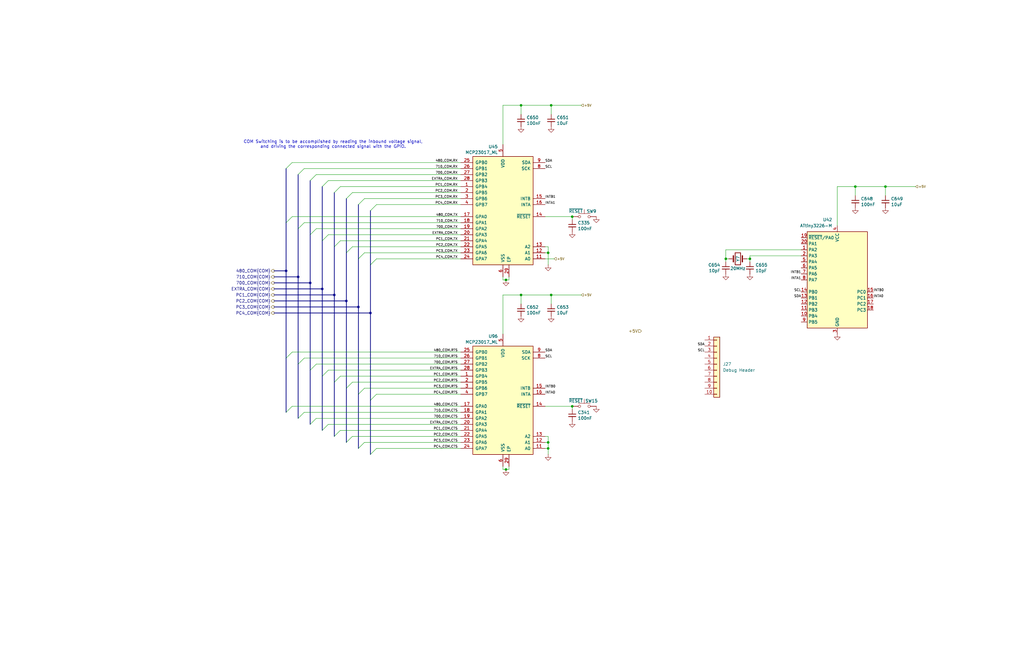
<source format=kicad_sch>
(kicad_sch (version 20250114) (generator "eeschema") (generator_version "9.0")
  (paper "B")
  (lib_symbols
    (symbol "Connector_Generic:Conn_01x10" (pin_names (offset 1.016) (hide yes))
      (property "Reference" "J" (at 0 12.7 0))
      (property "Value" "Conn_01x10" (at 0 -15.24 0))
      (symbol "Conn_01x10_1_1"
        (rectangle (start -1.27 11.43) (end 1.27 -13.97) (stroke (width 0.254)) (fill (type background)))
        (rectangle (start -1.27 10.287) (end 0 10.033) (stroke (width 0.1524)))
        (rectangle (start -1.27 7.747) (end 0 7.493) (stroke (width 0.1524)))
        (rectangle (start -1.27 5.207) (end 0 4.953) (stroke (width 0.1524)))
        (rectangle (start -1.27 2.667) (end 0 2.413) (stroke (width 0.1524)))
        (rectangle (start -1.27 0.127) (end 0 -0.127) (stroke (width 0.1524)))
        (rectangle (start -1.27 -2.413) (end 0 -2.667) (stroke (width 0.1524)))
        (rectangle (start -1.27 -4.953) (end 0 -5.207) (stroke (width 0.1524)))
        (rectangle (start -1.27 -7.493) (end 0 -7.747) (stroke (width 0.1524)))
        (rectangle (start -1.27 -10.033) (end 0 -10.287) (stroke (width 0.1524)))
        (rectangle (start -1.27 -12.573) (end 0 -12.827) (stroke (width 0.1524)))
        (pin passive line (at -5.08 10.16 0) (length 3.81) (name "Pin_1") (number "1"))
        (pin passive line (at -5.08 7.62 0) (length 3.81) (name "Pin_2") (number "2"))
        (pin passive line (at -5.08 5.08 0) (length 3.81) (name "Pin_3") (number "3"))
        (pin passive line (at -5.08 2.54 0) (length 3.81) (name "Pin_4") (number "4"))
        (pin passive line (at -5.08 0 0) (length 3.81) (name "Pin_5") (number "5"))
        (pin passive line (at -5.08 -2.54 0) (length 3.81) (name "Pin_6") (number "6"))
        (pin passive line (at -5.08 -5.08 0) (length 3.81) (name "Pin_7") (number "7"))
        (pin passive line (at -5.08 -7.62 0) (length 3.81) (name "Pin_8") (number "8"))
        (pin passive line (at -5.08 -10.16 0) (length 3.81) (name "Pin_9") (number "9"))
        (pin passive line (at -5.08 -12.7 0) (length 3.81) (name "Pin_10") (number "10"))
      )
    )
    (symbol "Device:C_Small" (pin_numbers (hide yes)) (pin_names (offset 0.254) (hide yes))
      (property "Reference" "C" (at 0.254 1.778 0))
      (property "Value" "C_Small" (at 0.254 -2.032 0))
      (symbol "C_Small_0_1"
        (polyline (pts (xy -1.524 0.508) (xy 1.524 0.508)) (stroke (width 0.3048)))
        (polyline (pts (xy -1.524 -0.508) (xy 1.524 -0.508)) (stroke (width 0.3302)))
      )
      (symbol "C_Small_1_1"
        (pin passive line (at 0 2.54 270) (length 2.032) (name "~") (number "1"))
        (pin passive line (at 0 -2.54 90) (length 2.032) (name "~") (number "2"))
      )
    )
    (symbol "Device:Crystal" (pin_numbers (hide yes)) (pin_names (offset 1.016) (hide yes))
      (property "Reference" "Y" (at 0 3.81 0))
      (property "Value" "Crystal" (at 0 -3.81 0))
      (symbol "Crystal_0_1"
        (polyline (pts (xy -2.54 0) (xy -1.905 0)))
        (polyline (pts (xy -1.905 -1.27) (xy -1.905 1.27)) (stroke (width 0.508)))
        (rectangle (start -1.143 2.54) (end 1.143 -2.54) (stroke (width 0.3048)))
        (polyline (pts (xy 1.905 -1.27) (xy 1.905 1.27)) (stroke (width 0.508)))
        (polyline (pts (xy 2.54 0) (xy 1.905 0)))
      )
      (symbol "Crystal_1_1"
        (pin passive line (at -3.81 0 0) (length 1.27) (name "1") (number "1"))
        (pin passive line (at 3.81 0 180) (length 1.27) (name "2") (number "2"))
      )
    )
    (symbol "Interface_Expansion:MCP23017_ML" (pin_names (offset 1.016))
      (property "Reference" "U" (at -11.43 24.13 0))
      (property "Value" "MCP23017_ML" (at 0 0 0))
      (symbol "MCP23017_ML_0_1"
        (rectangle (start -12.7 22.86) (end 12.7 -22.86) (stroke (width 0.254)) (fill (type background)))
      )
      (symbol "MCP23017_ML_1_1"
        (pin bidirectional line (at -17.78 20.32 0) (length 5.08) (name "SDA") (number "9"))
        (pin input line (at -17.78 17.78 0) (length 5.08) (name "SCK") (number "8"))
        (pin tri_state line (at -17.78 5.08 0) (length 5.08) (name "INTB") (number "15"))
        (pin tri_state line (at -17.78 2.54 0) (length 5.08) (name "INTA") (number "16"))
        (pin input line (at -17.78 -2.54 0) (length 5.08) (name "~{RESET}") (number "14"))
        (pin input line (at -17.78 -15.24 0) (length 5.08) (name "A2") (number "13"))
        (pin input line (at -17.78 -17.78 0) (length 5.08) (name "A1") (number "12"))
        (pin input line (at -17.78 -20.32 0) (length 5.08) (name "A0") (number "11"))
        (pin no_connect line (at -12.7 15.24 0) (length 5.08) (hide yes) (name "NC") (number "7"))
        (pin no_connect line (at -12.7 12.7 0) (length 5.08) (hide yes) (name "NC") (number "10"))
        (pin passive line (at -2.54 -27.94 90) (length 5.08) (name "EP") (number "29"))
        (pin power_in line (at 0 27.94 270) (length 5.08) (name "VDD") (number "5"))
        (pin power_in line (at 0 -27.94 90) (length 5.08) (name "VSS") (number "6"))
        (pin bidirectional line (at 17.78 20.32 180) (length 5.08) (name "GPB0") (number "25"))
        (pin bidirectional line (at 17.78 17.78 180) (length 5.08) (name "GPB1") (number "26"))
        (pin bidirectional line (at 17.78 15.24 180) (length 5.08) (name "GPB2") (number "27"))
        (pin bidirectional line (at 17.78 12.7 180) (length 5.08) (name "GPB3") (number "28"))
        (pin bidirectional line (at 17.78 10.16 180) (length 5.08) (name "GPB4") (number "1"))
        (pin bidirectional line (at 17.78 7.62 180) (length 5.08) (name "GPB5") (number "2"))
        (pin bidirectional line (at 17.78 5.08 180) (length 5.08) (name "GPB6") (number "3"))
        (pin output line (at 17.78 2.54 180) (length 5.08) (name "GPB7") (number "4"))
        (pin bidirectional line (at 17.78 -2.54 180) (length 5.08) (name "GPA0") (number "17"))
        (pin bidirectional line (at 17.78 -5.08 180) (length 5.08) (name "GPA1") (number "18"))
        (pin bidirectional line (at 17.78 -7.62 180) (length 5.08) (name "GPA2") (number "19"))
        (pin bidirectional line (at 17.78 -10.16 180) (length 5.08) (name "GPA3") (number "20"))
        (pin bidirectional line (at 17.78 -12.7 180) (length 5.08) (name "GPA4") (number "21"))
        (pin bidirectional line (at 17.78 -15.24 180) (length 5.08) (name "GPA5") (number "22"))
        (pin bidirectional line (at 17.78 -17.78 180) (length 5.08) (name "GPA6") (number "23"))
        (pin output line (at 17.78 -20.32 180) (length 5.08) (name "GPA7") (number "24"))
      )
    )
    (symbol "MCU_Microchip_ATtiny:ATtiny3226-M"
      (property "Reference" "U" (at -12.7 21.59 0))
      (property "Value" "ATtiny3226-M" (at 2.54 -21.59 0))
      (symbol "ATtiny3226-M_0_1"
        (rectangle (start -12.7 -20.32) (end 12.7 20.32) (stroke (width 0.254)) (fill (type background)))
      )
      (symbol "ATtiny3226-M_1_1"
        (pin bidirectional line (at -15.24 -5.08 0) (length 2.54) (name "PC0") (number "15"))
        (pin bidirectional line (at -15.24 -7.62 0) (length 2.54) (name "PC1") (number "16"))
        (pin bidirectional line (at -15.24 -10.16 0) (length 2.54) (name "PC2") (number "17"))
        (pin bidirectional line (at -15.24 -12.7 0) (length 2.54) (name "PC3") (number "18"))
        (pin power_in line (at 0 22.86 270) (length 2.54) (name "VCC") (number "4"))
        (pin passive line (at 0 -22.86 90) (length 2.54) (hide yes) (name "GND") (number "21"))
        (pin power_in line (at 0 -22.86 90) (length 2.54) (name "GND") (number "3"))
        (pin bidirectional line (at 15.24 17.78 180) (length 2.54) (name "~{RESET}/PA0") (number "19"))
        (pin bidirectional line (at 15.24 15.24 180) (length 2.54) (name "PA1") (number "20"))
        (pin bidirectional line (at 15.24 12.7 180) (length 2.54) (name "PA2") (number "1"))
        (pin bidirectional line (at 15.24 10.16 180) (length 2.54) (name "PA3") (number "2"))
        (pin bidirectional line (at 15.24 7.62 180) (length 2.54) (name "PA4") (number "5"))
        (pin bidirectional line (at 15.24 5.08 180) (length 2.54) (name "PA5") (number "6"))
        (pin bidirectional line (at 15.24 2.54 180) (length 2.54) (name "PA6") (number "7"))
        (pin bidirectional line (at 15.24 0 180) (length 2.54) (name "PA7") (number "8"))
        (pin bidirectional line (at 15.24 -5.08 180) (length 2.54) (name "PB0") (number "14"))
        (pin bidirectional line (at 15.24 -7.62 180) (length 2.54) (name "PB1") (number "13"))
        (pin bidirectional line (at 15.24 -10.16 180) (length 2.54) (name "PB2") (number "12"))
        (pin bidirectional line (at 15.24 -12.7 180) (length 2.54) (name "PB3") (number "11"))
        (pin bidirectional line (at 15.24 -15.24 180) (length 2.54) (name "PB4") (number "10"))
        (pin bidirectional line (at 15.24 -17.78 180) (length 2.54) (name "PB5") (number "9"))
      )
    )
    (symbol "Switch:SW_Push" (pin_numbers (hide yes)) (pin_names (offset 1.016) (hide yes))
      (property "Reference" "SW" (at 1.27 2.54 0))
      (property "Value" "SW_Push" (at 0 -1.524 0))
      (symbol "SW_Push_0_1"
        (circle (center -2.032 0) (radius 0.508))
        (polyline (pts (xy 0 1.27) (xy 0 3.048)))
        (circle (center 2.032 0) (radius 0.508))
        (polyline (pts (xy 2.54 1.27) (xy -2.54 1.27)))
        (pin passive line (at -5.08 0 0) (length 2.54) (name "1") (number "1"))
        (pin passive line (at 5.08 0 180) (length 2.54) (name "2") (number "2"))
      )
    )
    (symbol "power:GND" (power) (pin_numbers (hide yes)) (pin_names (offset 0) (hide yes))
      (property "Value" "GND" (at 0 -3.81 0))
      (symbol "GND_0_1"
        (polyline (pts (xy 0 0) (xy 0 -1.27) (xy 1.27 -1.27) (xy 0 -2.54) (xy -1.27 -1.27) (xy 0 -1.27)))
      )
      (symbol "GND_1_1"
        (pin power_in line (at 0 0 270) (length 0) (name "~") (number "1"))
      )
    )
  )
  (text "COM Switching is to be accomplished by reading the inbound voltage signal,\nand driving the corresponding connected signal with the GPIO." (at 140.462 60.96 0) (effects (font (size 1.27 1.27))))
  (junction (at 231.14 106.68))
  (junction (at 219.71 44.45))
  (junction (at 232.41 124.46))
  (junction (at 241.3 91.44))
  (junction (at 120.65 114.3))
  (junction (at 219.71 124.46))
  (junction (at 135.89 121.92))
  (junction (at 231.14 189.23))
  (junction (at 140.97 124.46))
  (junction (at 213.36 198.12))
  (junction (at 316.23 109.22))
  (junction (at 306.07 109.22))
  (junction (at 130.81 119.38))
  (junction (at 232.41 44.45))
  (junction (at 156.21 132.08))
  (junction (at 360.68 78.74))
  (junction (at 125.73 116.84))
  (junction (at 373.38 78.74))
  (junction (at 146.05 127))
  (junction (at 151.13 129.54))
  (junction (at 241.3 171.45))
  (junction (at 213.36 118.11))
  (junction (at 231.14 186.69))
  (bus_entry (at 143.51 181.61) (size -2.54 2.54))
  (bus_entry (at 123.19 148.59) (size -2.54 2.54))
  (bus_entry (at 123.19 171.45) (size -2.54 2.54))
  (bus_entry (at 138.43 179.07) (size -2.54 2.54))
  (bus_entry (at 148.59 161.29) (size -2.54 2.54))
  (bus_entry (at 128.27 71.12) (size -2.54 2.54))
  (bus_entry (at 123.19 91.44) (size -2.54 2.54))
  (bus_entry (at 128.27 173.99) (size -2.54 2.54))
  (bus_entry (at 143.51 158.75) (size -2.54 2.54))
  (bus_entry (at 128.27 93.98) (size -2.54 2.54))
  (bus_entry (at 138.43 99.06) (size -2.54 2.54))
  (bus_entry (at 158.75 109.22) (size -2.54 2.54))
  (bus_entry (at 148.59 184.15) (size -2.54 2.54))
  (bus_entry (at 153.67 83.82) (size -2.54 2.54))
  (bus_entry (at 143.51 101.6) (size -2.54 2.54))
  (bus_entry (at 148.59 104.14) (size -2.54 2.54))
  (bus_entry (at 153.67 186.69) (size -2.54 2.54))
  (bus_entry (at 153.67 106.68) (size -2.54 2.54))
  (bus_entry (at 133.35 73.66) (size -2.54 2.54))
  (bus_entry (at 153.67 163.83) (size -2.54 2.54))
  (bus_entry (at 133.35 153.67) (size -2.54 2.54))
  (bus_entry (at 123.19 68.58) (size -2.54 2.54))
  (bus_entry (at 148.59 81.28) (size -2.54 2.54))
  (bus_entry (at 133.35 96.52) (size -2.54 2.54))
  (bus_entry (at 158.75 166.37) (size -2.54 2.54))
  (bus_entry (at 128.27 151.13) (size -2.54 2.54))
  (bus_entry (at 158.75 189.23) (size -2.54 2.54))
  (bus_entry (at 143.51 78.74) (size -2.54 2.54))
  (bus_entry (at 133.35 176.53) (size -2.54 2.54))
  (bus_entry (at 138.43 156.21) (size -2.54 2.54))
  (bus_entry (at 158.75 86.36) (size -2.54 2.54))
  (bus_entry (at 138.43 76.2) (size -2.54 2.54))
  (wire (pts (xy 316.23 107.95) (xy 316.23 109.22)))
  (wire (pts (xy 232.41 124.46) (xy 219.71 124.46)))
  (wire (pts (xy 133.35 153.67) (xy 194.31 153.67)))
  (wire (pts (xy 138.43 76.2) (xy 194.31 76.2)))
  (wire (pts (xy 306.07 109.22) (xy 307.34 109.22)))
  (wire (pts (xy 138.43 156.21) (xy 194.31 156.21)))
  (bus (pts (xy 146.05 106.68) (xy 146.05 127)))
  (bus (pts (xy 156.21 168.91) (xy 156.21 191.77)))
  (wire (pts (xy 143.51 158.75) (xy 194.31 158.75)))
  (bus (pts (xy 130.81 119.38) (xy 130.81 99.06)))
  (bus (pts (xy 151.13 166.37) (xy 151.13 189.23)))
  (bus (pts (xy 156.21 111.76) (xy 156.21 132.08)))
  (wire (pts (xy 214.63 116.84) (xy 214.63 118.11)))
  (wire (pts (xy 153.67 83.82) (xy 194.31 83.82)))
  (wire (pts (xy 353.06 78.74) (xy 353.06 95.25)))
  (wire (pts (xy 241.3 91.44) (xy 241.3 92.71)))
  (wire (pts (xy 123.19 68.58) (xy 194.31 68.58)))
  (wire (pts (xy 148.59 161.29) (xy 194.31 161.29)))
  (wire (pts (xy 316.23 107.95) (xy 337.82 107.95)))
  (wire (pts (xy 133.35 73.66) (xy 194.31 73.66)))
  (bus (pts (xy 146.05 163.83) (xy 146.05 186.69)))
  (wire (pts (xy 123.19 148.59) (xy 194.31 148.59)))
  (bus (pts (xy 120.65 114.3) (xy 120.65 151.13)))
  (wire (pts (xy 232.41 44.45) (xy 219.71 44.45)))
  (wire (pts (xy 138.43 99.06) (xy 194.31 99.06)))
  (wire (pts (xy 143.51 101.6) (xy 194.31 101.6)))
  (wire (pts (xy 128.27 93.98) (xy 194.31 93.98)))
  (wire (pts (xy 231.14 186.69) (xy 229.87 186.69)))
  (wire (pts (xy 231.14 189.23) (xy 231.14 191.77)))
  (wire (pts (xy 123.19 171.45) (xy 194.31 171.45)))
  (bus (pts (xy 151.13 86.36) (xy 151.13 109.22)))
  (bus (pts (xy 125.73 116.84) (xy 125.73 153.67)))
  (wire (pts (xy 231.14 186.69) (xy 231.14 189.23)))
  (bus (pts (xy 120.65 93.98) (xy 120.65 114.3)))
  (wire (pts (xy 153.67 163.83) (xy 194.31 163.83)))
  (wire (pts (xy 143.51 78.74) (xy 194.31 78.74)))
  (wire (pts (xy 386.08 78.74) (xy 373.38 78.74)))
  (wire (pts (xy 316.23 110.49) (xy 316.23 109.22)))
  (wire (pts (xy 306.07 110.49) (xy 306.07 109.22)))
  (wire (pts (xy 213.36 198.12) (xy 214.63 198.12)))
  (wire (pts (xy 231.14 106.68) (xy 229.87 106.68)))
  (wire (pts (xy 231.14 106.68) (xy 231.14 104.14)))
  (bus (pts (xy 115.57 116.84) (xy 125.73 116.84)))
  (wire (pts (xy 212.09 44.45) (xy 212.09 60.96)))
  (wire (pts (xy 212.09 118.11) (xy 213.36 118.11)))
  (wire (pts (xy 231.14 104.14) (xy 229.87 104.14)))
  (wire (pts (xy 133.35 176.53) (xy 194.31 176.53)))
  (wire (pts (xy 148.59 104.14) (xy 194.31 104.14)))
  (wire (pts (xy 212.09 116.84) (xy 212.09 118.11)))
  (wire (pts (xy 231.14 106.68) (xy 231.14 111.76)))
  (wire (pts (xy 229.87 109.22) (xy 233.68 109.22)))
  (bus (pts (xy 115.57 132.08) (xy 156.21 132.08)))
  (bus (pts (xy 146.05 127) (xy 146.05 163.83)))
  (bus (pts (xy 130.81 119.38) (xy 130.81 156.21)))
  (bus (pts (xy 140.97 124.46) (xy 140.97 161.29)))
  (wire (pts (xy 219.71 44.45) (xy 212.09 44.45)))
  (wire (pts (xy 158.75 166.37) (xy 194.31 166.37)))
  (wire (pts (xy 214.63 196.85) (xy 214.63 198.12)))
  (wire (pts (xy 128.27 151.13) (xy 194.31 151.13)))
  (bus (pts (xy 140.97 104.14) (xy 140.97 81.28)))
  (wire (pts (xy 212.09 124.46) (xy 212.09 140.97)))
  (wire (pts (xy 158.75 109.22) (xy 194.31 109.22)))
  (wire (pts (xy 212.09 196.85) (xy 212.09 198.12)))
  (wire (pts (xy 148.59 184.15) (xy 194.31 184.15)))
  (wire (pts (xy 219.71 44.45) (xy 219.71 48.26)))
  (bus (pts (xy 135.89 121.92) (xy 135.89 101.6)))
  (wire (pts (xy 241.3 171.45) (xy 241.3 172.72)))
  (wire (pts (xy 219.71 124.46) (xy 212.09 124.46)))
  (bus (pts (xy 125.73 96.52) (xy 125.73 73.66)))
  (bus (pts (xy 140.97 124.46) (xy 140.97 104.14)))
  (wire (pts (xy 241.3 91.44) (xy 229.87 91.44)))
  (wire (pts (xy 213.36 118.11) (xy 214.63 118.11)))
  (wire (pts (xy 128.27 71.12) (xy 194.31 71.12)))
  (wire (pts (xy 373.38 78.74) (xy 373.38 82.55)))
  (wire (pts (xy 158.75 86.36) (xy 194.31 86.36)))
  (wire (pts (xy 138.43 179.07) (xy 194.31 179.07)))
  (wire (pts (xy 219.71 124.46) (xy 219.71 128.27)))
  (bus (pts (xy 125.73 116.84) (xy 125.73 96.52)))
  (wire (pts (xy 316.23 109.22) (xy 314.96 109.22)))
  (bus (pts (xy 140.97 184.15) (xy 140.97 161.29)))
  (wire (pts (xy 128.27 173.99) (xy 194.31 173.99)))
  (wire (pts (xy 158.75 189.23) (xy 194.31 189.23)))
  (wire (pts (xy 245.11 44.45) (xy 232.41 44.45)))
  (bus (pts (xy 146.05 83.82) (xy 146.05 106.68)))
  (bus (pts (xy 115.57 127) (xy 146.05 127)))
  (bus (pts (xy 125.73 153.67) (xy 125.73 176.53)))
  (bus (pts (xy 151.13 129.54) (xy 151.13 166.37)))
  (wire (pts (xy 241.3 171.45) (xy 229.87 171.45)))
  (bus (pts (xy 115.57 119.38) (xy 130.81 119.38)))
  (wire (pts (xy 143.51 181.61) (xy 194.31 181.61)))
  (bus (pts (xy 115.57 114.3) (xy 120.65 114.3)))
  (bus (pts (xy 135.89 158.75) (xy 135.89 181.61)))
  (wire (pts (xy 123.19 91.44) (xy 194.31 91.44)))
  (wire (pts (xy 153.67 186.69) (xy 194.31 186.69)))
  (wire (pts (xy 360.68 78.74) (xy 360.68 82.55)))
  (bus (pts (xy 151.13 109.22) (xy 151.13 129.54)))
  (wire (pts (xy 306.07 105.41) (xy 306.07 109.22)))
  (wire (pts (xy 229.87 189.23) (xy 231.14 189.23)))
  (bus (pts (xy 120.65 173.99) (xy 120.65 151.13)))
  (bus (pts (xy 135.89 101.6) (xy 135.89 78.74)))
  (wire (pts (xy 245.11 124.46) (xy 232.41 124.46)))
  (wire (pts (xy 148.59 81.28) (xy 194.31 81.28)))
  (bus (pts (xy 115.57 124.46) (xy 140.97 124.46)))
  (wire (pts (xy 231.14 184.15) (xy 229.87 184.15)))
  (wire (pts (xy 360.68 78.74) (xy 353.06 78.74)))
  (bus (pts (xy 130.81 156.21) (xy 130.81 179.07)))
  (wire (pts (xy 232.41 124.46) (xy 232.41 128.27)))
  (wire (pts (xy 212.09 198.12) (xy 213.36 198.12)))
  (wire (pts (xy 373.38 78.74) (xy 360.68 78.74)))
  (bus (pts (xy 120.65 93.98) (xy 120.65 71.12)))
  (wire (pts (xy 133.35 96.52) (xy 194.31 96.52)))
  (bus (pts (xy 115.57 129.54) (xy 151.13 129.54)))
  (wire (pts (xy 231.14 184.15) (xy 231.14 186.69)))
  (bus (pts (xy 156.21 132.08) (xy 156.21 168.91)))
  (wire (pts (xy 153.67 106.68) (xy 194.31 106.68)))
  (wire (pts (xy 306.07 105.41) (xy 337.82 105.41)))
  (wire (pts (xy 232.41 44.45) (xy 232.41 48.26)))
  (bus (pts (xy 115.57 121.92) (xy 135.89 121.92)))
  (bus (pts (xy 130.81 99.06) (xy 130.81 76.2)))
  (bus (pts (xy 135.89 121.92) (xy 135.89 158.75)))
  (bus (pts (xy 156.21 88.9) (xy 156.21 111.76)))
  (label "SDA" (at 229.87 148.59 0) (effects (font (size 1 1))))
  (label "PC2_COM.RTS" (at 193.04 161.29 180) (effects (font (size 1 1))))
  (label "SCL" (at 337.82 123.19 180) (effects (font (size 1 1))))
  (label "SDA" (at 337.82 125.73 180) (effects (font (size 1 1))))
  (label "700_COM.CTS" (at 193.04 176.53 180) (effects (font (size 1 1))))
  (label "710_COM.TX" (at 193.04 93.98 180) (effects (font (size 1 1))))
  (label "700_COM.RX" (at 193.04 73.66 180) (effects (font (size 1 1))))
  (label "480_COM.RTS" (at 193.04 148.59 180) (effects (font (size 1 1))))
  (label "PC1_COM.RX" (at 193.04 78.74 180) (effects (font (size 1 1))))
  (label "PC3_COM.RTS" (at 193.04 163.83 180) (effects (font (size 1 1))))
  (label "PC2_COM.RX" (at 193.04 81.28 180) (effects (font (size 1 1))))
  (label "PC4_COM.RTS" (at 193.04 166.37 180) (effects (font (size 1 1))))
  (label "SCL" (at 297.18 148.59 180) (effects (font (size 1 1))))
  (label "710_COM.RX" (at 193.04 71.12 180) (effects (font (size 1 1))))
  (label "700_COM.TX" (at 193.04 96.52 180) (effects (font (size 1 1))))
  (label "PC4_COM.TX" (at 193.04 109.22 180) (effects (font (size 1 1))))
  (label "INTA1" (at 337.82 118.11 180) (effects (font (size 1 1))))
  (label "INTA0" (at 229.87 166.37 0) (effects (font (size 1 1))))
  (label "SCL" (at 229.87 71.12 0) (effects (font (size 1 1))))
  (label "SDA" (at 297.18 146.05 180) (effects (font (size 1 1))))
  (label "PC3_COM.CTS" (at 193.04 186.69 180) (effects (font (size 1 1))))
  (label "PC1_COM.CTS" (at 193.04 181.61 180) (effects (font (size 1 1))))
  (label "PC2_COM.CTS" (at 193.04 184.15 180) (effects (font (size 1 1))))
  (label "710_COM.CTS" (at 193.04 173.99 180) (effects (font (size 1 1))))
  (label "EXTRA_COM.RTS" (at 193.04 156.21 180) (effects (font (size 1 1))))
  (label "EXTRA_COM.RX" (at 193.04 76.2 180) (effects (font (size 1 1))))
  (label "EXTRA_COM.TX" (at 193.04 99.06 180) (effects (font (size 1 1))))
  (label "EXTRA_COM.CTS" (at 193.04 179.07 180) (effects (font (size 1 1))))
  (label "INTA1" (at 229.87 86.36 0) (effects (font (size 1 1))))
  (label "PC3_COM.TX" (at 193.04 106.68 180) (effects (font (size 1 1))))
  (label "PC2_COM.TX" (at 193.04 104.14 180) (effects (font (size 1 1))))
  (label "INTB0" (at 229.87 163.83 0) (effects (font (size 1 1))))
  (label "SDA" (at 229.87 68.58 0) (effects (font (size 1 1))))
  (label "480_COM.CTS" (at 193.04 171.45 180) (effects (font (size 1 1))))
  (label "INTB1" (at 229.87 83.82 0) (effects (font (size 1 1))))
  (label "PC4_COM.RX" (at 193.04 86.36 180) (effects (font (size 1 1))))
  (label "PC1_COM.TX" (at 193.04 101.6 180) (effects (font (size 1 1))))
  (label "PC4_COM.CTS" (at 193.04 189.23 180) (effects (font (size 1 1))))
  (label "INTA0" (at 368.3 125.73 0) (effects (font (size 1 1))))
  (label "PC3_COM.RX" (at 193.04 83.82 180) (effects (font (size 1 1))))
  (label "710_COM.RTS" (at 193.04 151.13 180) (effects (font (size 1 1))))
  (label "480_COM.TX" (at 193.04 91.44 180) (effects (font (size 1 1))))
  (label "PC1_COM.RTS" (at 193.04 158.75 180) (effects (font (size 1 1))))
  (label "700_COM.RTS" (at 193.04 153.67 180) (effects (font (size 1 1))))
  (label "INTB1" (at 337.82 115.57 180) (effects (font (size 1 1))))
  (label "SCL" (at 229.87 151.13 0) (effects (font (size 1 1))))
  (label "480_COM.RX" (at 193.04 68.58 180) (effects (font (size 1 1))))
  (label "INTB0" (at 368.3 123.19 0) (effects (font (size 1 1))))
  (hierarchical_label "+5V" (shape input) (at 270.51 139.7 180))
  (hierarchical_label "EXTRA_COM{COM}" (shape output) (at 115.57 121.92 180))
  (hierarchical_label "700_COM{COM}" (shape output) (at 115.57 119.38 180))
  (hierarchical_label "480_COM{COM}" (shape output) (at 115.57 114.3 180))
  (hierarchical_label "PC3_COM{COM}" (shape output) (at 115.57 129.54 180))
  (hierarchical_label "PC4_COM{COM}" (shape output) (at 115.57 132.08 180))
  (hierarchical_label "PC1_COM{COM}" (shape output) (at 115.57 124.46 180))
  (hierarchical_label "710_COM{COM}" (shape output) (at 115.57 116.84 180))
  (hierarchical_label "+5V" (shape input) (at 233.68 109.22 0) (effects (font (size 1 1))))
  (hierarchical_label "+5V" (shape input) (at 245.11 44.45 0) (effects (font (size 1 1))))
  (hierarchical_label "+5V" (shape input) (at 386.08 78.74 0) (effects (font (size 1 1))))
  (hierarchical_label "+5V" (shape input) (at 245.11 124.46 0) (effects (font (size 1 1))))
  (hierarchical_label "PC2_COM{COM}" (shape output) (at 115.57 127 180))
  (symbol (lib_id "power:GND") (at 213.36 198.12 0) (mirror y) (unit 1)
    (property "Reference" "#PWR0552" (effects (hide yes)))
    (property "Value" "GND" (effects (hide yes)))
    (property "Description" "Power symbol creates a global label with name \"GND\" , ground" (effects (hide yes)))
  )
  (symbol (lib_id "Interface_Expansion:MCP23017_ML") (at 212.09 88.9 0) (mirror y) (unit 1)
    (property "Reference" "U45" (at 209.9467 61.8955 0) (effects (justify left)))
    (property "Value" "MCP23017_ML" (at 209.9467 64.3198 0) (effects (justify left)))
    (property "Footprint" "Package_DFN_QFN:QFN-28-1EP_6x6mm_P0.65mm_EP4.25x4.25mm" (effects (hide yes)))
    (property "Datasheet" "https://ww1.microchip.com/downloads/aemDocuments/documents/APID/ProductDocuments/DataSheets/MCP23017-Data-Sheet-DS20001952.pdf" (effects (hide yes)))
    (property "Description" "16-bit I/O expander, I2C, interrupts, w pull-ups, GPA/B7 output only (https://microchip.my.site.com/s/article/GPA7---GPB7-Cannot-Be-Used-as-Inputs-In-MCP23017), QFN-28" (effects (hide yes)))
  )
  (symbol (lib_id "Switch:SW_Push") (at 246.38 171.45 0) (mirror y) (unit 1)
    (property "Reference" "SW15" (at 249.428 169.164 0))
    (property "Value" "~{RESET}" (at 242.824 169.164 0))
    (property "Footprint" "Button_Switch_SMD:SW_SPST_TL3342" (effects (hide yes)))
    (property "Description" "Push button switch, generic, two pins" (effects (hide yes)))
  )
  (symbol (lib_id "power:GND") (at 213.36 118.11 0) (mirror y) (unit 1)
    (property "Reference" "#PWR0528" (effects (hide yes)))
    (property "Value" "GND" (effects (hide yes)))
    (property "Description" "Power symbol creates a global label with name \"GND\" , ground" (effects (hide yes)))
  )
  (symbol (lib_id "Device:C_Small") (at 241.3 95.25 0) (unit 1)
    (property "Reference" "C335" (at 243.6241 94.0441 0) (effects (justify left)))
    (property "Value" "100nF" (at 243.6241 96.4684 0) (effects (justify left)))
    (property "Description" "Unpolarized capacitor, small symbol" (effects (hide yes)))
  )
  (symbol (lib_id "power:GND") (at 219.71 133.35 0) (mirror y) (unit 1)
    (property "Reference" "#PWR0814" (effects (hide yes)))
    (property "Value" "GND" (effects (hide yes)))
    (property "Description" "Power symbol creates a global label with name \"GND\" , ground" (effects (hide yes)))
  )
  (symbol (lib_id "power:GND") (at 373.38 87.63 0) (mirror y) (unit 1)
    (property "Reference" "#PWR0811" (effects (hide yes)))
    (property "Value" "GND" (effects (hide yes)))
    (property "Description" "Power symbol creates a global label with name \"GND\" , ground" (effects (hide yes)))
  )
  (symbol (lib_id "power:GND") (at 251.46 171.45 0) (mirror y) (unit 1)
    (property "Reference" "#PWR0549" (effects (hide yes)))
    (property "Value" "GND" (effects (hide yes)))
    (property "Description" "Power symbol creates a global label with name \"GND\" , ground" (effects (hide yes)))
  )
  (symbol (lib_id "power:GND") (at 241.3 97.79 0) (mirror y) (unit 1)
    (property "Reference" "#PWR0526" (effects (hide yes)))
    (property "Value" "GND" (effects (hide yes)))
    (property "Description" "Power symbol creates a global label with name \"GND\" , ground" (effects (hide yes)))
  )
  (symbol (lib_id "Device:C_Small") (at 232.41 50.8 0) (unit 1)
    (property "Reference" "C651" (at 234.7341 49.5941 0) (effects (justify left)))
    (property "Value" "10uF" (at 234.7341 52.0184 0) (effects (justify left)))
    (property "Description" "Unpolarized capacitor, small symbol" (effects (hide yes)))
  )
  (symbol (lib_id "power:GND") (at 353.06 140.97 0) (mirror y) (unit 1)
    (property "Reference" "#PWR0816" (effects (hide yes)))
    (property "Value" "GND" (effects (hide yes)))
    (property "Description" "Power symbol creates a global label with name \"GND\" , ground" (effects (hide yes)))
  )
  (symbol (lib_id "power:GND") (at 219.71 53.34 0) (mirror y) (unit 1)
    (property "Reference" "#PWR0812" (effects (hide yes)))
    (property "Value" "GND" (effects (hide yes)))
    (property "Description" "Power symbol creates a global label with name \"GND\" , ground" (effects (hide yes)))
  )
  (symbol (lib_id "MCU_Microchip_ATtiny:ATtiny3226-M") (at 353.06 118.11 0) (mirror y) (unit 1)
    (property "Reference" "U42" (at 350.9167 92.71 0) (effects (justify left)))
    (property "Value" "ATtiny3226-M" (at 350.9167 95.25 0) (effects (justify left)))
    (property "Footprint" "Package_DFN_QFN:VQFN-20-1EP_3x3mm_P0.4mm_EP1.7x1.7mm" (effects (hide yes)))
    (property "Datasheet" "https://ww1.microchip.com/downloads/en/DeviceDoc/ATtiny3224-3226-3227-Data-Sheet-DS40002345A.pdf" (effects (hide yes)))
    (property "Description" "20MHz, 32kB Flash, 3kB SRAM, 256B EEPROM, VQFN-20" (effects (hide yes)))
  )
  (symbol (lib_id "Device:C_Small") (at 306.07 113.03 0) (mirror y) (unit 1)
    (property "Reference" "C654" (at 303.7459 111.8241 0) (effects (justify left)))
    (property "Value" "10pF" (at 303.7459 114.2484 0) (effects (justify left)))
    (property "Description" "Unpolarized capacitor, small symbol" (effects (hide yes)))
  )
  (symbol (lib_id "power:GND") (at 306.07 115.57 0) (unit 1)
    (property "Reference" "#PWR0817" (effects (hide yes)))
    (property "Value" "GND" (effects (hide yes)))
    (property "Description" "Power symbol creates a global label with name \"GND\" , ground" (effects (hide yes)))
  )
  (symbol (lib_id "power:GND") (at 232.41 133.35 0) (mirror y) (unit 1)
    (property "Reference" "#PWR0815" (effects (hide yes)))
    (property "Value" "GND" (effects (hide yes)))
    (property "Description" "Power symbol creates a global label with name \"GND\" , ground" (effects (hide yes)))
  )
  (symbol (lib_id "Device:C_Small") (at 232.41 130.81 0) (unit 1)
    (property "Reference" "C653" (at 234.7341 129.6041 0) (effects (justify left)))
    (property "Value" "10uF" (at 234.7341 132.0284 0) (effects (justify left)))
    (property "Description" "Unpolarized capacitor, small symbol" (effects (hide yes)))
  )
  (symbol (lib_id "power:GND") (at 231.14 191.77 0) (mirror y) (unit 1)
    (property "Reference" "#PWR0551" (effects (hide yes)))
    (property "Value" "GND" (effects (hide yes)))
    (property "Description" "Power symbol creates a global label with name \"GND\" , ground" (effects (hide yes)))
  )
  (symbol (lib_id "Device:C_Small") (at 219.71 50.8 0) (unit 1)
    (property "Reference" "C650" (at 222.0341 49.5941 0) (effects (justify left)))
    (property "Value" "100nF" (at 222.0341 52.0184 0) (effects (justify left)))
    (property "Description" "Unpolarized capacitor, small symbol" (effects (hide yes)))
  )
  (symbol (lib_id "power:GND") (at 316.23 115.57 0) (unit 1)
    (property "Reference" "#PWR0818" (effects (hide yes)))
    (property "Value" "GND" (effects (hide yes)))
    (property "Description" "Power symbol creates a global label with name \"GND\" , ground" (effects (hide yes)))
  )
  (symbol (lib_id "Connector_Generic:Conn_01x10") (at 302.26 153.67 0) (unit 1)
    (property "Reference" "J27" (at 304.8 153.6699 0) (effects (justify left)))
    (property "Value" "Debug Header" (at 304.8 156.2099 0) (effects (justify left)))
    (property "Description" "Generic connector, single row, 01x10, script generated (kicad-library-utils/schlib/autogen/connector/)" (effects (hide yes)))
  )
  (symbol (lib_id "power:GND") (at 360.68 87.63 0) (mirror y) (unit 1)
    (property "Reference" "#PWR0810" (effects (hide yes)))
    (property "Value" "GND" (effects (hide yes)))
    (property "Description" "Power symbol creates a global label with name \"GND\" , ground" (effects (hide yes)))
  )
  (symbol (lib_id "power:GND") (at 251.46 91.44 0) (mirror y) (unit 1)
    (property "Reference" "#PWR0525" (effects (hide yes)))
    (property "Value" "GND" (effects (hide yes)))
    (property "Description" "Power symbol creates a global label with name \"GND\" , ground" (effects (hide yes)))
  )
  (symbol (lib_id "power:GND") (at 231.14 111.76 0) (mirror y) (unit 1)
    (property "Reference" "#PWR0527" (effects (hide yes)))
    (property "Value" "GND" (effects (hide yes)))
    (property "Description" "Power symbol creates a global label with name \"GND\" , ground" (effects (hide yes)))
  )
  (symbol (lib_id "Switch:SW_Push") (at 246.38 91.44 0) (mirror y) (unit 1)
    (property "Reference" "SW9" (at 249.428 89.154 0))
    (property "Value" "~{RESET}" (at 242.824 89.154 0))
    (property "Footprint" "Button_Switch_SMD:SW_SPST_TL3342" (effects (hide yes)))
    (property "Description" "Push button switch, generic, two pins" (effects (hide yes)))
  )
  (symbol (lib_id "Device:C_Small") (at 219.71 130.81 0) (unit 1)
    (property "Reference" "C652" (at 222.0341 129.6041 0) (effects (justify left)))
    (property "Value" "100nF" (at 222.0341 132.0284 0) (effects (justify left)))
    (property "Description" "Unpolarized capacitor, small symbol" (effects (hide yes)))
  )
  (symbol (lib_id "Device:C_Small") (at 360.68 85.09 0) (unit 1)
    (property "Reference" "C648" (at 363.0041 83.8841 0) (effects (justify left)))
    (property "Value" "100nF" (at 363.0041 86.3084 0) (effects (justify left)))
    (property "Description" "Unpolarized capacitor, small symbol" (effects (hide yes)))
  )
  (symbol (lib_id "Device:C_Small") (at 373.38 85.09 0) (unit 1)
    (property "Reference" "C649" (at 375.7041 83.8841 0) (effects (justify left)))
    (property "Value" "10uF" (at 375.7041 86.3084 0) (effects (justify left)))
    (property "Description" "Unpolarized capacitor, small symbol" (effects (hide yes)))
  )
  (symbol (lib_id "Interface_Expansion:MCP23017_ML") (at 212.09 168.91 0) (mirror y) (unit 1)
    (property "Reference" "U96" (at 209.9467 141.9055 0) (effects (justify left)))
    (property "Value" "MCP23017_ML" (at 209.9467 144.3298 0) (effects (justify left)))
    (property "Footprint" "Package_DFN_QFN:QFN-28-1EP_6x6mm_P0.65mm_EP4.25x4.25mm" (effects (hide yes)))
    (property "Datasheet" "https://ww1.microchip.com/downloads/aemDocuments/documents/APID/ProductDocuments/DataSheets/MCP23017-Data-Sheet-DS20001952.pdf" (effects (hide yes)))
    (property "Description" "16-bit I/O expander, I2C, interrupts, w pull-ups, GPA/B7 output only (https://microchip.my.site.com/s/article/GPA7---GPB7-Cannot-Be-Used-as-Inputs-In-MCP23017), QFN-28" (effects (hide yes)))
  )
  (symbol (lib_id "power:GND") (at 241.3 177.8 0) (mirror y) (unit 1)
    (property "Reference" "#PWR0550" (effects (hide yes)))
    (property "Value" "GND" (effects (hide yes)))
    (property "Description" "Power symbol creates a global label with name \"GND\" , ground" (effects (hide yes)))
  )
  (symbol (lib_id "Device:C_Small") (at 241.3 175.26 0) (unit 1)
    (property "Reference" "C341" (at 243.6241 174.0541 0) (effects (justify left)))
    (property "Value" "100nF" (at 243.6241 176.4784 0) (effects (justify left)))
    (property "Description" "Unpolarized capacitor, small symbol" (effects (hide yes)))
  )
  (symbol (lib_id "Device:C_Small") (at 316.23 113.03 0) (unit 1)
    (property "Reference" "C655" (at 318.5541 111.8241 0) (effects (justify left)))
    (property "Value" "10pF" (at 318.5541 114.2484 0) (effects (justify left)))
    (property "Description" "Unpolarized capacitor, small symbol" (effects (hide yes)))
  )
  (symbol (lib_id "power:GND") (at 232.41 53.34 0) (mirror y) (unit 1)
    (property "Reference" "#PWR0813" (effects (hide yes)))
    (property "Value" "GND" (effects (hide yes)))
    (property "Description" "Power symbol creates a global label with name \"GND\" , ground" (effects (hide yes)))
  )
  (symbol (lib_id "Device:Crystal") (at 311.15 109.22 0) (mirror y) (unit 1)
    (property "Reference" "Y7" (at 311.15 109.22 90))
    (property "Value" "20MHz" (at 311.15 113.284 0))
    (property "Datasheet" "https://abracon.com/Resonators/ABS07.pdf" (effects (hide yes)))
    (property "Description" "Two pin crystal" (effects (hide yes)))
  )
)
</source>
